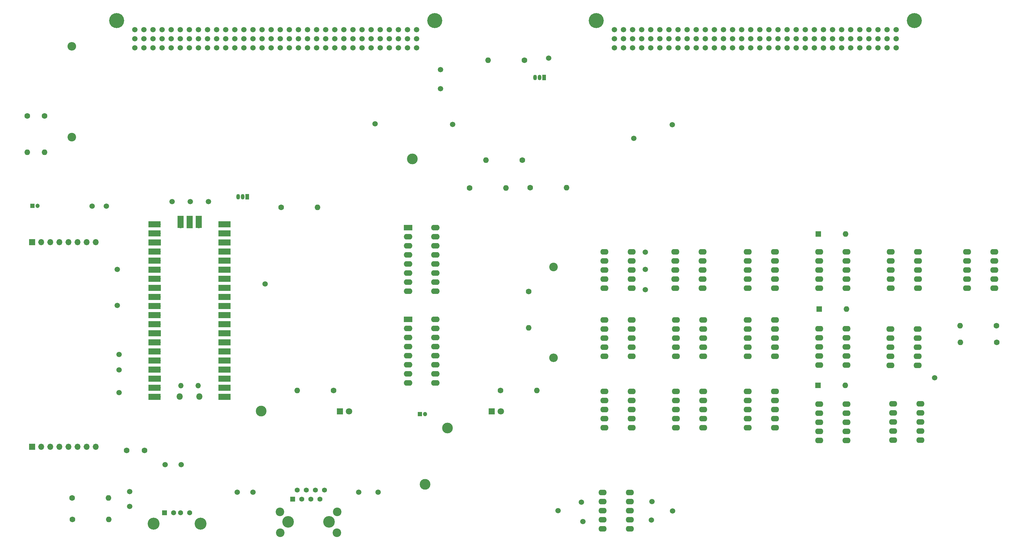
<source format=gts>
%TF.GenerationSoftware,KiCad,Pcbnew,7.0.5*%
%TF.CreationDate,2023-08-08T11:47:52-04:00*%
%TF.ProjectId,selftest_bd,73656c66-7465-4737-945f-62642e6b6963,1.0*%
%TF.SameCoordinates,Original*%
%TF.FileFunction,Soldermask,Top*%
%TF.FilePolarity,Negative*%
%FSLAX46Y46*%
G04 Gerber Fmt 4.6, Leading zero omitted, Abs format (unit mm)*
G04 Created by KiCad (PCBNEW 7.0.5) date 2023-08-08 11:47:52*
%MOMM*%
%LPD*%
G01*
G04 APERTURE LIST*
%ADD10C,1.500000*%
%ADD11R,1.800000X1.800000*%
%ADD12C,1.800000*%
%ADD13O,2.300000X1.600000*%
%ADD14R,1.600000X1.600000*%
%ADD15O,1.600000X1.600000*%
%ADD16C,3.250000*%
%ADD17R,1.408000X1.408000*%
%ADD18C,1.408000*%
%ADD19C,2.400000*%
%ADD20C,4.200000*%
%ADD21C,1.600000*%
%ADD22R,2.400000X1.600000*%
%ADD23O,2.400000X1.600000*%
%ADD24R,1.200000X1.200000*%
%ADD25C,1.200000*%
%ADD26O,2.400000X2.400000*%
%ADD27C,3.000000*%
%ADD28R,1.050000X1.500000*%
%ADD29O,1.050000X1.500000*%
%ADD30R,1.428000X1.428000*%
%ADD31C,1.428000*%
%ADD32C,3.346000*%
%ADD33R,1.700000X1.700000*%
%ADD34O,1.700000X1.700000*%
%ADD35O,1.800000X1.800000*%
%ADD36O,1.500000X1.500000*%
%ADD37R,3.500000X1.700000*%
%ADD38R,1.700000X3.500000*%
G04 APERTURE END LIST*
D10*
%TO.C,TP15*%
X103064800Y-147767000D03*
%TD*%
%TO.C,TP32*%
X257750500Y-187165000D03*
%TD*%
%TO.C,TP5*%
X196270000Y-79100000D03*
%TD*%
D11*
%TO.C,D4*%
X207175000Y-159359600D03*
D12*
X209715000Y-159359600D03*
%TD*%
D10*
%TO.C,TP23*%
X140500000Y-181950000D03*
%TD*%
%TO.C,TP40*%
X120421400Y-174269400D03*
%TD*%
D13*
%TO.C,K16*%
X298740000Y-157350000D03*
X298740000Y-159890000D03*
X298740000Y-162430000D03*
X298740000Y-164970000D03*
X298740000Y-167510000D03*
X306360000Y-167510000D03*
X306360000Y-164970000D03*
X306360000Y-162430000D03*
X306360000Y-159890000D03*
X306360000Y-157350000D03*
%TD*%
D10*
%TO.C,TP35*%
X251950500Y-184565000D03*
%TD*%
D13*
%TO.C,K4*%
X238700000Y-114750000D03*
X238700000Y-117290000D03*
X238700000Y-119830000D03*
X238700000Y-122370000D03*
X238700000Y-124910000D03*
X246320000Y-124910000D03*
X246320000Y-122370000D03*
X246320000Y-119830000D03*
X246320000Y-117290000D03*
X246320000Y-114750000D03*
%TD*%
D14*
%TO.C,D1*%
X298690000Y-130700000D03*
D15*
X306310000Y-130700000D03*
%TD*%
D16*
%TO.C,J3*%
X150291800Y-190213400D03*
X161721800Y-190213400D03*
D17*
X151561800Y-183863400D03*
D18*
X152831800Y-181323400D03*
X154101800Y-183863400D03*
X155371800Y-181323400D03*
X156641800Y-183863400D03*
X157911800Y-181323400D03*
X159181800Y-183863400D03*
X160451800Y-181323400D03*
D19*
X147981800Y-187463400D03*
X148091800Y-193263400D03*
X163921800Y-193263400D03*
X164031800Y-187463400D03*
%TD*%
D10*
%TO.C,J2*%
X320217800Y-52595335D03*
X317677800Y-52595335D03*
X315137800Y-52595335D03*
X312597800Y-52595335D03*
X310057800Y-52595335D03*
X307517800Y-52595335D03*
X304977800Y-52595335D03*
X302437800Y-52595335D03*
X299897800Y-52595335D03*
X297357800Y-52595335D03*
X294817800Y-52595335D03*
X292277800Y-52595335D03*
X289737800Y-52595335D03*
X287197800Y-52595335D03*
X284657800Y-52595335D03*
X282117800Y-52595335D03*
X279577800Y-52595335D03*
X277037800Y-52595335D03*
X274497800Y-52595335D03*
X271957800Y-52595335D03*
X269417800Y-52595335D03*
X266877800Y-52595335D03*
X264337800Y-52595335D03*
X261797800Y-52595335D03*
X259257800Y-52595335D03*
X256717800Y-52595335D03*
X254177800Y-52595335D03*
X251637800Y-52595335D03*
X249097800Y-52595335D03*
X246557800Y-52595335D03*
X244017800Y-52595335D03*
X241477800Y-52595335D03*
X320217800Y-55135335D03*
X317677800Y-55135335D03*
X315137800Y-55135335D03*
X312597800Y-55135335D03*
X310057800Y-55135335D03*
X307517800Y-55135335D03*
X304977800Y-55135335D03*
X302437800Y-55135335D03*
X299897800Y-55135335D03*
X297357800Y-55135335D03*
X294817800Y-55135335D03*
X292277800Y-55135335D03*
X289737800Y-55135335D03*
X287197800Y-55135335D03*
X284657800Y-55135335D03*
X282117800Y-55135335D03*
X279577800Y-55135335D03*
X277037800Y-55135335D03*
X274497800Y-55135335D03*
X271957800Y-55135335D03*
X269417800Y-55135335D03*
X266877800Y-55135335D03*
X264337800Y-55135335D03*
X261797800Y-55135335D03*
X259257800Y-55135335D03*
X256717800Y-55135335D03*
X254177800Y-55135335D03*
X251637800Y-55135335D03*
X249097800Y-55135335D03*
X246557800Y-55135335D03*
X244017800Y-55135335D03*
X241477800Y-55135335D03*
X320217800Y-57675335D03*
X317677800Y-57675335D03*
X315137800Y-57675335D03*
X312597800Y-57675335D03*
X310057800Y-57675335D03*
X307517800Y-57675335D03*
X304977800Y-57675335D03*
X302437800Y-57675335D03*
X299897800Y-57675335D03*
X297357800Y-57675335D03*
X294817800Y-57675335D03*
X292277800Y-57675335D03*
X289737800Y-57675335D03*
X287197800Y-57675335D03*
X284657800Y-57675335D03*
X282117800Y-57675335D03*
X279577800Y-57675335D03*
X277037800Y-57675335D03*
X274497800Y-57675335D03*
X271957800Y-57675335D03*
X269417800Y-57675335D03*
X266877800Y-57675335D03*
X264337800Y-57675335D03*
X261797800Y-57675335D03*
X259257800Y-57675335D03*
X256717800Y-57675335D03*
X254177800Y-57675335D03*
X251637800Y-57675335D03*
X249097800Y-57675335D03*
X246557800Y-57675335D03*
X244017800Y-57675335D03*
X241477800Y-57675335D03*
D20*
X325297800Y-50055335D03*
X236397800Y-50055335D03*
%TD*%
D10*
%TO.C,TP2*%
X174580000Y-78910000D03*
%TD*%
%TO.C,TP11*%
X117856000Y-100650000D03*
%TD*%
%TO.C,TP9*%
X223110000Y-60520000D03*
%TD*%
D21*
%TO.C,R9*%
X89940000Y-183550000D03*
D15*
X100100000Y-183550000D03*
%TD*%
D21*
%TO.C,R1*%
X217500000Y-125790000D03*
D15*
X217500000Y-135950000D03*
%TD*%
D21*
%TO.C,R7*%
X217920000Y-96800000D03*
D15*
X228080000Y-96800000D03*
%TD*%
D13*
%TO.C,K17*%
X238160500Y-182075000D03*
X238160500Y-184615000D03*
X238160500Y-187155000D03*
X238160500Y-189695000D03*
X238160500Y-192235000D03*
X245780500Y-192235000D03*
X245780500Y-189695000D03*
X245780500Y-187155000D03*
X245780500Y-184615000D03*
X245780500Y-182075000D03*
%TD*%
D10*
%TO.C,TP4*%
X246870000Y-82960000D03*
%TD*%
%TO.C,J1*%
X186182000Y-52595335D03*
X183642000Y-52595335D03*
X181102000Y-52595335D03*
X178562000Y-52595335D03*
X176022000Y-52595335D03*
X173482000Y-52595335D03*
X170942000Y-52595335D03*
X168402000Y-52595335D03*
X165862000Y-52595335D03*
X163322000Y-52595335D03*
X160782000Y-52595335D03*
X158242000Y-52595335D03*
X155702000Y-52595335D03*
X153162000Y-52595335D03*
X150622000Y-52595335D03*
X148082000Y-52595335D03*
X145542000Y-52595335D03*
X143002000Y-52595335D03*
X140462000Y-52595335D03*
X137922000Y-52595335D03*
X135382000Y-52595335D03*
X132842000Y-52595335D03*
X130302000Y-52595335D03*
X127762000Y-52595335D03*
X125222000Y-52595335D03*
X122682000Y-52595335D03*
X120142000Y-52595335D03*
X117602000Y-52595335D03*
X115062000Y-52595335D03*
X112522000Y-52595335D03*
X109982000Y-52595335D03*
X107442000Y-52595335D03*
X186182000Y-55135335D03*
X183642000Y-55135335D03*
X181102000Y-55135335D03*
X178562000Y-55135335D03*
X176022000Y-55135335D03*
X173482000Y-55135335D03*
X170942000Y-55135335D03*
X168402000Y-55135335D03*
X165862000Y-55135335D03*
X163322000Y-55135335D03*
X160782000Y-55135335D03*
X158242000Y-55135335D03*
X155702000Y-55135335D03*
X153162000Y-55135335D03*
X150622000Y-55135335D03*
X148082000Y-55135335D03*
X145542000Y-55135335D03*
X143002000Y-55135335D03*
X140462000Y-55135335D03*
X137922000Y-55135335D03*
X135382000Y-55135335D03*
X132842000Y-55135335D03*
X130302000Y-55135335D03*
X127762000Y-55135335D03*
X125222000Y-55135335D03*
X122682000Y-55135335D03*
X120142000Y-55135335D03*
X117602000Y-55135335D03*
X115062000Y-55135335D03*
X112522000Y-55135335D03*
X109982000Y-55135335D03*
X107442000Y-55135335D03*
X186182000Y-57675335D03*
X183642000Y-57675335D03*
X181102000Y-57675335D03*
X178562000Y-57675335D03*
X176022000Y-57675335D03*
X173482000Y-57675335D03*
X170942000Y-57675335D03*
X168402000Y-57675335D03*
X165862000Y-57675335D03*
X163322000Y-57675335D03*
X160782000Y-57675335D03*
X158242000Y-57675335D03*
X155702000Y-57675335D03*
X153162000Y-57675335D03*
X150622000Y-57675335D03*
X148082000Y-57675335D03*
X145542000Y-57675335D03*
X143002000Y-57675335D03*
X140462000Y-57675335D03*
X137922000Y-57675335D03*
X135382000Y-57675335D03*
X132842000Y-57675335D03*
X130302000Y-57675335D03*
X127762000Y-57675335D03*
X125222000Y-57675335D03*
X122682000Y-57675335D03*
X120142000Y-57675335D03*
X117602000Y-57675335D03*
X115062000Y-57675335D03*
X112522000Y-57675335D03*
X109982000Y-57675335D03*
X107442000Y-57675335D03*
D20*
X191262000Y-50055335D03*
X102362000Y-50055335D03*
%TD*%
D10*
%TO.C,TP14*%
X103064800Y-154066200D03*
%TD*%
D13*
%TO.C,K14*%
X298750000Y-136200000D03*
X298750000Y-138740000D03*
X298750000Y-141280000D03*
X298750000Y-143820000D03*
X298750000Y-146360000D03*
X306370000Y-146360000D03*
X306370000Y-143820000D03*
X306370000Y-141280000D03*
X306370000Y-138740000D03*
X306370000Y-136200000D03*
%TD*%
D22*
%TO.C,U2*%
X183800000Y-107930000D03*
D23*
X183800000Y-110470000D03*
X183800000Y-113010000D03*
X183800000Y-115550000D03*
X183800000Y-118090000D03*
X183800000Y-120630000D03*
X183800000Y-123170000D03*
X183800000Y-125710000D03*
X191420000Y-125710000D03*
X191420000Y-123170000D03*
X191420000Y-120630000D03*
X191420000Y-118090000D03*
X191420000Y-115550000D03*
X191420000Y-113010000D03*
X191420000Y-110470000D03*
X191420000Y-107930000D03*
%TD*%
D24*
%TO.C,C3*%
X78797401Y-101900000D03*
D25*
X80297401Y-101900000D03*
%TD*%
D22*
%TO.C,U3*%
X183800000Y-133610000D03*
D23*
X183800000Y-136150000D03*
X183800000Y-138690000D03*
X183800000Y-141230000D03*
X183800000Y-143770000D03*
X183800000Y-146310000D03*
X183800000Y-148850000D03*
X183800000Y-151390000D03*
X191420000Y-151390000D03*
X191420000Y-148850000D03*
X191420000Y-146310000D03*
X191420000Y-143770000D03*
X191420000Y-141230000D03*
X191420000Y-138690000D03*
X191420000Y-136150000D03*
X191420000Y-133610000D03*
%TD*%
D21*
%TO.C,C1*%
X105181400Y-170271400D03*
X110181400Y-170271400D03*
%TD*%
D10*
%TO.C,TP17*%
X103064800Y-143449000D03*
%TD*%
D13*
%TO.C,K6*%
X319380000Y-157220000D03*
X319380000Y-159760000D03*
X319380000Y-162300000D03*
X319380000Y-164840000D03*
X319380000Y-167380000D03*
X327000000Y-167380000D03*
X327000000Y-164840000D03*
X327000000Y-162300000D03*
X327000000Y-159760000D03*
X327000000Y-157220000D03*
%TD*%
D21*
%TO.C,R11*%
X77393800Y-76733400D03*
D15*
X77393800Y-86893400D03*
%TD*%
D19*
%TO.C,R12*%
X89865200Y-82626200D03*
D26*
X89865200Y-57226200D03*
%TD*%
D10*
%TO.C,TP1*%
X192900000Y-63730000D03*
%TD*%
D13*
%TO.C,K2*%
X278700000Y-114750000D03*
X278700000Y-117290000D03*
X278700000Y-119830000D03*
X278700000Y-122370000D03*
X278700000Y-124910000D03*
X286320000Y-124910000D03*
X286320000Y-122370000D03*
X286320000Y-119830000D03*
X286320000Y-117290000D03*
X286320000Y-114750000D03*
%TD*%
%TO.C,K9*%
X318630000Y-136360000D03*
X318630000Y-138900000D03*
X318630000Y-141440000D03*
X318630000Y-143980000D03*
X318630000Y-146520000D03*
X326250000Y-146520000D03*
X326250000Y-143980000D03*
X326250000Y-141440000D03*
X326250000Y-138900000D03*
X326250000Y-136360000D03*
%TD*%
D10*
%TO.C,TP20*%
X106000000Y-185950000D03*
%TD*%
D13*
%TO.C,K15*%
X298700000Y-114750000D03*
X298700000Y-117290000D03*
X298700000Y-119830000D03*
X298700000Y-122370000D03*
X298700000Y-124910000D03*
X306320000Y-124910000D03*
X306320000Y-122370000D03*
X306320000Y-119830000D03*
X306320000Y-117290000D03*
X306320000Y-114750000D03*
%TD*%
%TO.C,K13*%
X318700000Y-114750000D03*
X318700000Y-117290000D03*
X318700000Y-119830000D03*
X318700000Y-122370000D03*
X318700000Y-124910000D03*
X326320000Y-124910000D03*
X326320000Y-122370000D03*
X326320000Y-119830000D03*
X326320000Y-117290000D03*
X326320000Y-114750000D03*
%TD*%
D10*
%TO.C,TP24*%
X170000000Y-181950000D03*
%TD*%
D13*
%TO.C,K5*%
X258500000Y-114750000D03*
X258500000Y-117290000D03*
X258500000Y-119830000D03*
X258500000Y-122370000D03*
X258500000Y-124910000D03*
X266120000Y-124910000D03*
X266120000Y-122370000D03*
X266120000Y-119830000D03*
X266120000Y-117290000D03*
X266120000Y-114750000D03*
%TD*%
%TO.C,K8*%
X278700000Y-133750000D03*
X278700000Y-136290000D03*
X278700000Y-138830000D03*
X278700000Y-141370000D03*
X278700000Y-143910000D03*
X286320000Y-143910000D03*
X286320000Y-141370000D03*
X286320000Y-138830000D03*
X286320000Y-136290000D03*
X286320000Y-133750000D03*
%TD*%
D10*
%TO.C,TP25*%
X175470000Y-181950000D03*
%TD*%
D21*
%TO.C,R14*%
X216380000Y-61100000D03*
D15*
X206220000Y-61100000D03*
%TD*%
D27*
%TO.C,TP6*%
X188600000Y-179750000D03*
%TD*%
D28*
%TO.C,U4*%
X138870000Y-99340000D03*
D29*
X137600000Y-99340000D03*
X136330000Y-99340000D03*
%TD*%
D10*
%TO.C,TP28*%
X250100000Y-119650000D03*
%TD*%
D21*
%TO.C,R6*%
X215780000Y-89050000D03*
D15*
X205620000Y-89050000D03*
%TD*%
D27*
%TO.C,TP37*%
X194843400Y-164033200D03*
%TD*%
D21*
%TO.C,R15*%
X209651600Y-153543000D03*
D15*
X219811600Y-153543000D03*
%TD*%
D28*
%TO.C,U5*%
X221870000Y-65940000D03*
D29*
X220600000Y-65940000D03*
X219330000Y-65940000D03*
%TD*%
D14*
%TO.C,D3*%
X298340000Y-152050000D03*
D15*
X305960000Y-152050000D03*
%TD*%
D30*
%TO.C,J4*%
X115760000Y-187740000D03*
D31*
X118260000Y-187740000D03*
X120260000Y-187740000D03*
X122760000Y-187740000D03*
D32*
X112690000Y-190740000D03*
X125830000Y-190740000D03*
%TD*%
D33*
%TO.C,J6*%
X78740000Y-112030000D03*
D34*
X81280000Y-112030000D03*
X83820000Y-112030000D03*
X86360000Y-112030000D03*
X88900000Y-112030000D03*
X91440000Y-112030000D03*
X93980000Y-112030000D03*
X96520000Y-112030000D03*
%TD*%
D10*
%TO.C,TP30*%
X250100000Y-125350000D03*
%TD*%
%TO.C,TP34*%
X232650500Y-190165000D03*
%TD*%
D13*
%TO.C,K3*%
X238700000Y-133750000D03*
X238700000Y-136290000D03*
X238700000Y-138830000D03*
X238700000Y-141370000D03*
X238700000Y-143910000D03*
X246320000Y-143910000D03*
X246320000Y-141370000D03*
X246320000Y-138830000D03*
X246320000Y-136290000D03*
X246320000Y-133750000D03*
%TD*%
D10*
%TO.C,TP33*%
X232250500Y-184765000D03*
%TD*%
%TO.C,TP26*%
X95500000Y-101950000D03*
%TD*%
D13*
%TO.C,K1*%
X238700000Y-153750000D03*
X238700000Y-156290000D03*
X238700000Y-158830000D03*
X238700000Y-161370000D03*
X238700000Y-163910000D03*
X246320000Y-163910000D03*
X246320000Y-161370000D03*
X246320000Y-158830000D03*
X246320000Y-156290000D03*
X246320000Y-153750000D03*
%TD*%
D10*
%TO.C,TP13*%
X128016000Y-100650000D03*
%TD*%
D24*
%TO.C,C2*%
X187100000Y-160150000D03*
D25*
X188600000Y-160150000D03*
%TD*%
D10*
%TO.C,TP12*%
X122936000Y-100650000D03*
%TD*%
D13*
%TO.C,K12*%
X340000000Y-114750000D03*
X340000000Y-117290000D03*
X340000000Y-119830000D03*
X340000000Y-122370000D03*
X340000000Y-124910000D03*
X347620000Y-124910000D03*
X347620000Y-122370000D03*
X347620000Y-119830000D03*
X347620000Y-117290000D03*
X347620000Y-114750000D03*
%TD*%
D10*
%TO.C,TP22*%
X136050000Y-181950000D03*
%TD*%
D21*
%TO.C,R5*%
X200990000Y-96870000D03*
D15*
X211150000Y-96870000D03*
%TD*%
D10*
%TO.C,TP36*%
X251850500Y-189765000D03*
%TD*%
D21*
%TO.C,R4*%
X348280000Y-135400000D03*
D15*
X338120000Y-135400000D03*
%TD*%
D27*
%TO.C,TP38*%
X185013600Y-88696800D03*
%TD*%
D10*
%TO.C,TP39*%
X115951000Y-174269400D03*
%TD*%
%TO.C,TP27*%
X99500000Y-101950000D03*
%TD*%
D13*
%TO.C,K7*%
X258700000Y-133750000D03*
X258700000Y-136290000D03*
X258700000Y-138830000D03*
X258700000Y-141370000D03*
X258700000Y-143910000D03*
X266320000Y-143910000D03*
X266320000Y-141370000D03*
X266320000Y-138830000D03*
X266320000Y-136290000D03*
X266320000Y-133750000D03*
%TD*%
D10*
%TO.C,TP21*%
X106000000Y-181750000D03*
%TD*%
D21*
%TO.C,R13*%
X148340000Y-102300000D03*
D15*
X158500000Y-102300000D03*
%TD*%
D21*
%TO.C,R10*%
X82245200Y-76733400D03*
D15*
X82245200Y-86893400D03*
%TD*%
D10*
%TO.C,TP29*%
X250100000Y-114850000D03*
%TD*%
%TO.C,TP19*%
X102539800Y-119623800D03*
%TD*%
%TO.C,TP18*%
X102539800Y-129733000D03*
%TD*%
D13*
%TO.C,K11*%
X258700000Y-153750000D03*
X258700000Y-156290000D03*
X258700000Y-158830000D03*
X258700000Y-161370000D03*
X258700000Y-163910000D03*
X266320000Y-163910000D03*
X266320000Y-161370000D03*
X266320000Y-158830000D03*
X266320000Y-156290000D03*
X266320000Y-153750000D03*
%TD*%
D10*
%TO.C,TP7*%
X192900000Y-69070000D03*
%TD*%
D27*
%TO.C,TP3*%
X142722600Y-159232600D03*
%TD*%
D10*
%TO.C,TP10*%
X330962000Y-149987000D03*
%TD*%
D14*
%TO.C,D2*%
X298440000Y-109750000D03*
D15*
X306060000Y-109750000D03*
%TD*%
D10*
%TO.C,TP8*%
X257650000Y-79140000D03*
%TD*%
D21*
%TO.C,R3*%
X348330000Y-140050000D03*
D15*
X338170000Y-140050000D03*
%TD*%
D10*
%TO.C,TP31*%
X225700000Y-187150000D03*
%TD*%
D35*
%TO.C,U1*%
X125470000Y-155160000D03*
D36*
X125170000Y-152130000D03*
X120320000Y-152130000D03*
D35*
X120020000Y-155160000D03*
D34*
X131635000Y-155290000D03*
D37*
X132535000Y-155290000D03*
D34*
X131635000Y-152750000D03*
D37*
X132535000Y-152750000D03*
D33*
X131635000Y-150210000D03*
D37*
X132535000Y-150210000D03*
D34*
X131635000Y-147670000D03*
D37*
X132535000Y-147670000D03*
D34*
X131635000Y-145130000D03*
D37*
X132535000Y-145130000D03*
D34*
X131635000Y-142590000D03*
D37*
X132535000Y-142590000D03*
D34*
X131635000Y-140050000D03*
D37*
X132535000Y-140050000D03*
D33*
X131635000Y-137510000D03*
D37*
X132535000Y-137510000D03*
D34*
X131635000Y-134970000D03*
D37*
X132535000Y-134970000D03*
D34*
X131635000Y-132430000D03*
D37*
X132535000Y-132430000D03*
D34*
X131635000Y-129890000D03*
D37*
X132535000Y-129890000D03*
D34*
X131635000Y-127350000D03*
D37*
X132535000Y-127350000D03*
D33*
X131635000Y-124810000D03*
D37*
X132535000Y-124810000D03*
D34*
X131635000Y-122270000D03*
D37*
X132535000Y-122270000D03*
D34*
X131635000Y-119730000D03*
D37*
X132535000Y-119730000D03*
D34*
X131635000Y-117190000D03*
D37*
X132535000Y-117190000D03*
D34*
X131635000Y-114650000D03*
D37*
X132535000Y-114650000D03*
D33*
X131635000Y-112110000D03*
D37*
X132535000Y-112110000D03*
D34*
X131635000Y-109570000D03*
D37*
X132535000Y-109570000D03*
D34*
X131635000Y-107030000D03*
D37*
X132535000Y-107030000D03*
D34*
X113855000Y-107030000D03*
D37*
X112955000Y-107030000D03*
D34*
X113855000Y-109570000D03*
D37*
X112955000Y-109570000D03*
D33*
X113855000Y-112110000D03*
D37*
X112955000Y-112110000D03*
D34*
X113855000Y-114650000D03*
D37*
X112955000Y-114650000D03*
D34*
X113855000Y-117190000D03*
D37*
X112955000Y-117190000D03*
D34*
X113855000Y-119730000D03*
D37*
X112955000Y-119730000D03*
D34*
X113855000Y-122270000D03*
D37*
X112955000Y-122270000D03*
D33*
X113855000Y-124810000D03*
D37*
X112955000Y-124810000D03*
D34*
X113855000Y-127350000D03*
D37*
X112955000Y-127350000D03*
D34*
X113855000Y-129890000D03*
D37*
X112955000Y-129890000D03*
D34*
X113855000Y-132430000D03*
D37*
X112955000Y-132430000D03*
D34*
X113855000Y-134970000D03*
D37*
X112955000Y-134970000D03*
D33*
X113855000Y-137510000D03*
D37*
X112955000Y-137510000D03*
D34*
X113855000Y-140050000D03*
D37*
X112955000Y-140050000D03*
D34*
X113855000Y-142590000D03*
D37*
X112955000Y-142590000D03*
D34*
X113855000Y-145130000D03*
D37*
X112955000Y-145130000D03*
D34*
X113855000Y-147670000D03*
D37*
X112955000Y-147670000D03*
D33*
X113855000Y-150210000D03*
D37*
X112955000Y-150210000D03*
D34*
X113855000Y-152750000D03*
D37*
X112955000Y-152750000D03*
D34*
X113855000Y-155290000D03*
D37*
X112955000Y-155290000D03*
D34*
X125285000Y-107260000D03*
D38*
X125285000Y-106360000D03*
D33*
X122745000Y-107260000D03*
D38*
X122745000Y-106360000D03*
D34*
X120205000Y-107260000D03*
D38*
X120205000Y-106360000D03*
%TD*%
D13*
%TO.C,K10*%
X278700000Y-153750000D03*
X278700000Y-156290000D03*
X278700000Y-158830000D03*
X278700000Y-161370000D03*
X278700000Y-163910000D03*
X286320000Y-163910000D03*
X286320000Y-161370000D03*
X286320000Y-158830000D03*
X286320000Y-156290000D03*
X286320000Y-153750000D03*
%TD*%
D19*
%TO.C,R2*%
X224500000Y-118950000D03*
D26*
X224500000Y-144350000D03*
%TD*%
D11*
%TO.C,D5*%
X164744400Y-159359600D03*
D12*
X167284400Y-159359600D03*
%TD*%
D21*
%TO.C,R16*%
X162991800Y-153543000D03*
D15*
X152831800Y-153543000D03*
%TD*%
D10*
%TO.C,TP16*%
X143900000Y-123700000D03*
%TD*%
D21*
%TO.C,R8*%
X90020000Y-189550000D03*
D15*
X100180000Y-189550000D03*
%TD*%
D33*
%TO.C,J5*%
X78740000Y-169230000D03*
D34*
X81280000Y-169230000D03*
X83820000Y-169230000D03*
X86360000Y-169230000D03*
X88900000Y-169230000D03*
X91440000Y-169230000D03*
X93980000Y-169230000D03*
X96520000Y-169230000D03*
%TD*%
M02*

</source>
